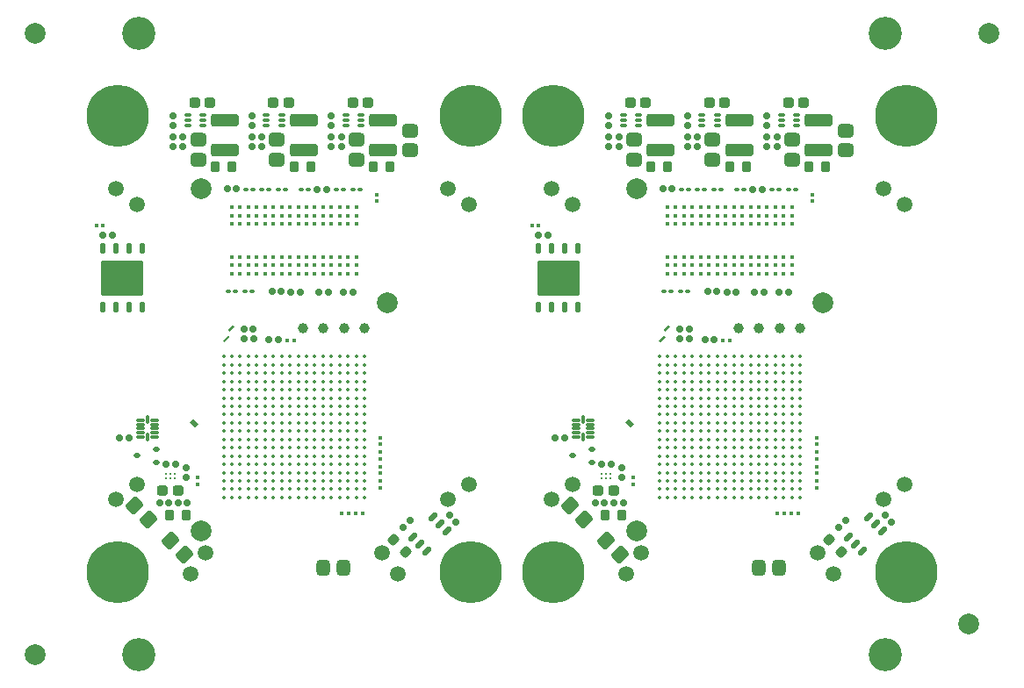
<source format=gbr>
G04*
G04 #@! TF.GenerationSoftware,Altium Limited,Altium Designer,22.4.2 (48)*
G04*
G04 Layer_Color=8388736*
%FSAX24Y24*%
%MOIN*%
G70*
G04*
G04 #@! TF.SameCoordinates,CBA5B0EC-3C9A-411B-936C-A00E84A017FD*
G04*
G04*
G04 #@! TF.FilePolarity,Negative*
G04*
G01*
G75*
%ADD10C,0.0394*%
G04:AMPARAMS|DCode=15|XSize=18.5mil|YSize=23.6mil|CornerRadius=4.6mil|HoleSize=0mil|Usage=FLASHONLY|Rotation=90.000|XOffset=0mil|YOffset=0mil|HoleType=Round|Shape=RoundedRectangle|*
%AMROUNDEDRECTD15*
21,1,0.0185,0.0144,0,0,90.0*
21,1,0.0093,0.0236,0,0,90.0*
1,1,0.0093,0.0072,0.0046*
1,1,0.0093,0.0072,-0.0046*
1,1,0.0093,-0.0072,-0.0046*
1,1,0.0093,-0.0072,0.0046*
%
%ADD15ROUNDEDRECTD15*%
G04:AMPARAMS|DCode=16|XSize=11.8mil|YSize=26.4mil|CornerRadius=3mil|HoleSize=0mil|Usage=FLASHONLY|Rotation=270.000|XOffset=0mil|YOffset=0mil|HoleType=Round|Shape=RoundedRectangle|*
%AMROUNDEDRECTD16*
21,1,0.0118,0.0205,0,0,270.0*
21,1,0.0059,0.0264,0,0,270.0*
1,1,0.0059,-0.0102,-0.0030*
1,1,0.0059,-0.0102,0.0030*
1,1,0.0059,0.0102,0.0030*
1,1,0.0059,0.0102,-0.0030*
%
%ADD16ROUNDEDRECTD16*%
%ADD17C,0.0110*%
G04:AMPARAMS|DCode=18|XSize=21.7mil|YSize=39.4mil|CornerRadius=5.4mil|HoleSize=0mil|Usage=FLASHONLY|Rotation=135.000|XOffset=0mil|YOffset=0mil|HoleType=Round|Shape=RoundedRectangle|*
%AMROUNDEDRECTD18*
21,1,0.0217,0.0285,0,0,135.0*
21,1,0.0108,0.0394,0,0,135.0*
1,1,0.0108,0.0063,0.0139*
1,1,0.0108,0.0139,0.0063*
1,1,0.0108,-0.0063,-0.0139*
1,1,0.0108,-0.0139,-0.0063*
%
%ADD18ROUNDEDRECTD18*%
%ADD19C,0.0157*%
G04:AMPARAMS|DCode=22|XSize=157.5mil|YSize=133.9mil|CornerRadius=3.3mil|HoleSize=0mil|Usage=FLASHONLY|Rotation=180.000|XOffset=0mil|YOffset=0mil|HoleType=Round|Shape=RoundedRectangle|*
%AMROUNDEDRECTD22*
21,1,0.1575,0.1272,0,0,180.0*
21,1,0.1508,0.1339,0,0,180.0*
1,1,0.0067,-0.0754,0.0636*
1,1,0.0067,0.0754,0.0636*
1,1,0.0067,0.0754,-0.0636*
1,1,0.0067,-0.0754,-0.0636*
%
%ADD22ROUNDEDRECTD22*%
G04:AMPARAMS|DCode=23|XSize=17.7mil|YSize=41.3mil|CornerRadius=4.4mil|HoleSize=0mil|Usage=FLASHONLY|Rotation=180.000|XOffset=0mil|YOffset=0mil|HoleType=Round|Shape=RoundedRectangle|*
%AMROUNDEDRECTD23*
21,1,0.0177,0.0325,0,0,180.0*
21,1,0.0089,0.0413,0,0,180.0*
1,1,0.0089,-0.0044,0.0162*
1,1,0.0089,0.0044,0.0162*
1,1,0.0089,0.0044,-0.0162*
1,1,0.0089,-0.0044,-0.0162*
%
%ADD23ROUNDEDRECTD23*%
%ADD24C,0.0138*%
G04:AMPARAMS|DCode=25|XSize=23.6mil|YSize=23.6mil|CornerRadius=5.9mil|HoleSize=0mil|Usage=FLASHONLY|Rotation=270.000|XOffset=0mil|YOffset=0mil|HoleType=Round|Shape=RoundedRectangle|*
%AMROUNDEDRECTD25*
21,1,0.0236,0.0118,0,0,270.0*
21,1,0.0118,0.0236,0,0,270.0*
1,1,0.0118,-0.0059,-0.0059*
1,1,0.0118,-0.0059,0.0059*
1,1,0.0118,0.0059,0.0059*
1,1,0.0118,0.0059,-0.0059*
%
%ADD25ROUNDEDRECTD25*%
G04:AMPARAMS|DCode=26|XSize=13.8mil|YSize=15.7mil|CornerRadius=3.4mil|HoleSize=0mil|Usage=FLASHONLY|Rotation=270.000|XOffset=0mil|YOffset=0mil|HoleType=Round|Shape=RoundedRectangle|*
%AMROUNDEDRECTD26*
21,1,0.0138,0.0089,0,0,270.0*
21,1,0.0069,0.0157,0,0,270.0*
1,1,0.0069,-0.0044,-0.0034*
1,1,0.0069,-0.0044,0.0034*
1,1,0.0069,0.0044,0.0034*
1,1,0.0069,0.0044,-0.0034*
%
%ADD26ROUNDEDRECTD26*%
G04:AMPARAMS|DCode=27|XSize=39.4mil|YSize=35.4mil|CornerRadius=8.9mil|HoleSize=0mil|Usage=FLASHONLY|Rotation=90.000|XOffset=0mil|YOffset=0mil|HoleType=Round|Shape=RoundedRectangle|*
%AMROUNDEDRECTD27*
21,1,0.0394,0.0177,0,0,90.0*
21,1,0.0217,0.0354,0,0,90.0*
1,1,0.0177,0.0089,0.0108*
1,1,0.0177,0.0089,-0.0108*
1,1,0.0177,-0.0089,-0.0108*
1,1,0.0177,-0.0089,0.0108*
%
%ADD27ROUNDEDRECTD27*%
G04:AMPARAMS|DCode=28|XSize=39.4mil|YSize=35.4mil|CornerRadius=8.9mil|HoleSize=0mil|Usage=FLASHONLY|Rotation=225.000|XOffset=0mil|YOffset=0mil|HoleType=Round|Shape=RoundedRectangle|*
%AMROUNDEDRECTD28*
21,1,0.0394,0.0177,0,0,225.0*
21,1,0.0217,0.0354,0,0,225.0*
1,1,0.0177,-0.0139,-0.0014*
1,1,0.0177,0.0014,0.0139*
1,1,0.0177,0.0139,0.0014*
1,1,0.0177,-0.0014,-0.0139*
%
%ADD28ROUNDEDRECTD28*%
G04:AMPARAMS|DCode=29|XSize=23.6mil|YSize=23.6mil|CornerRadius=5.9mil|HoleSize=0mil|Usage=FLASHONLY|Rotation=0.000|XOffset=0mil|YOffset=0mil|HoleType=Round|Shape=RoundedRectangle|*
%AMROUNDEDRECTD29*
21,1,0.0236,0.0118,0,0,0.0*
21,1,0.0118,0.0236,0,0,0.0*
1,1,0.0118,0.0059,-0.0059*
1,1,0.0118,-0.0059,-0.0059*
1,1,0.0118,-0.0059,0.0059*
1,1,0.0118,0.0059,0.0059*
%
%ADD29ROUNDEDRECTD29*%
G04:AMPARAMS|DCode=30|XSize=13.8mil|YSize=15.7mil|CornerRadius=3.4mil|HoleSize=0mil|Usage=FLASHONLY|Rotation=180.000|XOffset=0mil|YOffset=0mil|HoleType=Round|Shape=RoundedRectangle|*
%AMROUNDEDRECTD30*
21,1,0.0138,0.0089,0,0,180.0*
21,1,0.0069,0.0157,0,0,180.0*
1,1,0.0069,-0.0034,0.0044*
1,1,0.0069,0.0034,0.0044*
1,1,0.0069,0.0034,-0.0044*
1,1,0.0069,-0.0034,-0.0044*
%
%ADD30ROUNDEDRECTD30*%
G04:AMPARAMS|DCode=31|XSize=107.1mil|YSize=48.4mil|CornerRadius=12.1mil|HoleSize=0mil|Usage=FLASHONLY|Rotation=0.000|XOffset=0mil|YOffset=0mil|HoleType=Round|Shape=RoundedRectangle|*
%AMROUNDEDRECTD31*
21,1,0.1071,0.0242,0,0,0.0*
21,1,0.0829,0.0484,0,0,0.0*
1,1,0.0242,0.0414,-0.0121*
1,1,0.0242,-0.0414,-0.0121*
1,1,0.0242,-0.0414,0.0121*
1,1,0.0242,0.0414,0.0121*
%
%ADD31ROUNDEDRECTD31*%
G04:AMPARAMS|DCode=32|XSize=59.1mil|YSize=51.2mil|CornerRadius=12.8mil|HoleSize=0mil|Usage=FLASHONLY|Rotation=0.000|XOffset=0mil|YOffset=0mil|HoleType=Round|Shape=RoundedRectangle|*
%AMROUNDEDRECTD32*
21,1,0.0591,0.0256,0,0,0.0*
21,1,0.0335,0.0512,0,0,0.0*
1,1,0.0256,0.0167,-0.0128*
1,1,0.0256,-0.0167,-0.0128*
1,1,0.0256,-0.0167,0.0128*
1,1,0.0256,0.0167,0.0128*
%
%ADD32ROUNDEDRECTD32*%
G04:AMPARAMS|DCode=33|XSize=25.2mil|YSize=25.2mil|CornerRadius=6.3mil|HoleSize=0mil|Usage=FLASHONLY|Rotation=0.000|XOffset=0mil|YOffset=0mil|HoleType=Round|Shape=RoundedRectangle|*
%AMROUNDEDRECTD33*
21,1,0.0252,0.0126,0,0,0.0*
21,1,0.0126,0.0252,0,0,0.0*
1,1,0.0126,0.0063,-0.0063*
1,1,0.0126,-0.0063,-0.0063*
1,1,0.0126,-0.0063,0.0063*
1,1,0.0126,0.0063,0.0063*
%
%ADD33ROUNDEDRECTD33*%
G04:AMPARAMS|DCode=34|XSize=25.2mil|YSize=25.2mil|CornerRadius=6.3mil|HoleSize=0mil|Usage=FLASHONLY|Rotation=270.000|XOffset=0mil|YOffset=0mil|HoleType=Round|Shape=RoundedRectangle|*
%AMROUNDEDRECTD34*
21,1,0.0252,0.0126,0,0,270.0*
21,1,0.0126,0.0252,0,0,270.0*
1,1,0.0126,-0.0063,-0.0063*
1,1,0.0126,-0.0063,0.0063*
1,1,0.0126,0.0063,0.0063*
1,1,0.0126,0.0063,-0.0063*
%
%ADD34ROUNDEDRECTD34*%
G04:AMPARAMS|DCode=35|XSize=37.4mil|YSize=41.3mil|CornerRadius=9.4mil|HoleSize=0mil|Usage=FLASHONLY|Rotation=270.000|XOffset=0mil|YOffset=0mil|HoleType=Round|Shape=RoundedRectangle|*
%AMROUNDEDRECTD35*
21,1,0.0374,0.0226,0,0,270.0*
21,1,0.0187,0.0413,0,0,270.0*
1,1,0.0187,-0.0113,-0.0094*
1,1,0.0187,-0.0113,0.0094*
1,1,0.0187,0.0113,0.0094*
1,1,0.0187,0.0113,-0.0094*
%
%ADD35ROUNDEDRECTD35*%
G04:AMPARAMS|DCode=36|XSize=25.2mil|YSize=25.2mil|CornerRadius=6.3mil|HoleSize=0mil|Usage=FLASHONLY|Rotation=315.000|XOffset=0mil|YOffset=0mil|HoleType=Round|Shape=RoundedRectangle|*
%AMROUNDEDRECTD36*
21,1,0.0252,0.0126,0,0,315.0*
21,1,0.0126,0.0252,0,0,315.0*
1,1,0.0126,0.0000,-0.0089*
1,1,0.0126,-0.0089,0.0000*
1,1,0.0126,0.0000,0.0089*
1,1,0.0126,0.0089,0.0000*
%
%ADD36ROUNDEDRECTD36*%
G04:AMPARAMS|DCode=37|XSize=25.2mil|YSize=25.2mil|CornerRadius=6.3mil|HoleSize=0mil|Usage=FLASHONLY|Rotation=225.000|XOffset=0mil|YOffset=0mil|HoleType=Round|Shape=RoundedRectangle|*
%AMROUNDEDRECTD37*
21,1,0.0252,0.0126,0,0,225.0*
21,1,0.0126,0.0252,0,0,225.0*
1,1,0.0126,-0.0089,0.0000*
1,1,0.0126,0.0000,0.0089*
1,1,0.0126,0.0089,0.0000*
1,1,0.0126,0.0000,-0.0089*
%
%ADD37ROUNDEDRECTD37*%
G04:AMPARAMS|DCode=38|XSize=59.1mil|YSize=51.2mil|CornerRadius=12.8mil|HoleSize=0mil|Usage=FLASHONLY|Rotation=45.000|XOffset=0mil|YOffset=0mil|HoleType=Round|Shape=RoundedRectangle|*
%AMROUNDEDRECTD38*
21,1,0.0591,0.0256,0,0,45.0*
21,1,0.0335,0.0512,0,0,45.0*
1,1,0.0256,0.0209,0.0028*
1,1,0.0256,-0.0028,-0.0209*
1,1,0.0256,-0.0209,-0.0028*
1,1,0.0256,0.0028,0.0209*
%
%ADD38ROUNDEDRECTD38*%
G04:AMPARAMS|DCode=39|XSize=59.1mil|YSize=51.2mil|CornerRadius=12.8mil|HoleSize=0mil|Usage=FLASHONLY|Rotation=90.000|XOffset=0mil|YOffset=0mil|HoleType=Round|Shape=RoundedRectangle|*
%AMROUNDEDRECTD39*
21,1,0.0591,0.0256,0,0,90.0*
21,1,0.0335,0.0512,0,0,90.0*
1,1,0.0256,0.0128,0.0167*
1,1,0.0256,0.0128,-0.0167*
1,1,0.0256,-0.0128,-0.0167*
1,1,0.0256,-0.0128,0.0167*
%
%ADD39ROUNDEDRECTD39*%
G04:AMPARAMS|DCode=40|XSize=16.5mil|YSize=18.1mil|CornerRadius=4.1mil|HoleSize=0mil|Usage=FLASHONLY|Rotation=270.000|XOffset=0mil|YOffset=0mil|HoleType=Round|Shape=RoundedRectangle|*
%AMROUNDEDRECTD40*
21,1,0.0165,0.0098,0,0,270.0*
21,1,0.0083,0.0181,0,0,270.0*
1,1,0.0083,-0.0049,-0.0041*
1,1,0.0083,-0.0049,0.0041*
1,1,0.0083,0.0049,0.0041*
1,1,0.0083,0.0049,-0.0041*
%
%ADD40ROUNDEDRECTD40*%
%ADD45C,0.1260*%
%ADD46C,0.2362*%
%ADD47C,0.0591*%
%ADD64C,0.0787*%
G04:AMPARAMS|DCode=65|XSize=11.9mil|YSize=31.6mil|CornerRadius=4mil|HoleSize=0mil|Usage=FLASHONLY|Rotation=180.000|XOffset=0mil|YOffset=0mil|HoleType=Round|Shape=RoundedRectangle|*
%AMROUNDEDRECTD65*
21,1,0.0119,0.0236,0,0,180.0*
21,1,0.0039,0.0316,0,0,180.0*
1,1,0.0079,-0.0020,0.0118*
1,1,0.0079,0.0020,0.0118*
1,1,0.0079,0.0020,-0.0118*
1,1,0.0079,-0.0020,-0.0118*
%
%ADD65ROUNDEDRECTD65*%
G04:AMPARAMS|DCode=66|XSize=11.9mil|YSize=31.6mil|CornerRadius=4mil|HoleSize=0mil|Usage=FLASHONLY|Rotation=270.000|XOffset=0mil|YOffset=0mil|HoleType=Round|Shape=RoundedRectangle|*
%AMROUNDEDRECTD66*
21,1,0.0119,0.0236,0,0,270.0*
21,1,0.0039,0.0316,0,0,270.0*
1,1,0.0079,-0.0118,-0.0020*
1,1,0.0079,-0.0118,0.0020*
1,1,0.0079,0.0118,0.0020*
1,1,0.0079,0.0118,-0.0020*
%
%ADD66ROUNDEDRECTD66*%
G36*
X026083Y014449D02*
X025896Y014262D01*
X025837Y014321D01*
X026024Y014508D01*
X026083Y014449D01*
D02*
G37*
G36*
X009547D02*
X009360Y014262D01*
X009301Y014321D01*
X009488Y014508D01*
X009547Y014449D01*
D02*
G37*
G36*
X025901Y014050D02*
X025714Y013863D01*
X025655Y013922D01*
X025842Y014109D01*
X025901Y014050D01*
D02*
G37*
G36*
X009365D02*
X009178Y013863D01*
X009119Y013922D01*
X009306Y014109D01*
X009365Y014050D01*
D02*
G37*
G36*
X024719Y010753D02*
X024582Y010615D01*
X024395Y010802D01*
X024532Y010940D01*
X024719Y010753D01*
D02*
G37*
G36*
X008184D02*
X008046Y010615D01*
X007859Y010802D01*
X007997Y010940D01*
X008184Y010753D01*
D02*
G37*
D10*
X014498Y014370D02*
D03*
X013711D02*
D03*
X012136D02*
D03*
X012923D02*
D03*
X031033D02*
D03*
X030246D02*
D03*
X028671D02*
D03*
X029459D02*
D03*
D15*
X006585Y009793D02*
D03*
Y009281D02*
D03*
X005837Y009537D02*
D03*
X023120Y009793D02*
D03*
Y009281D02*
D03*
X022372Y009537D02*
D03*
D16*
X010762Y022077D02*
D03*
Y022274D02*
D03*
Y022470D02*
D03*
X011344D02*
D03*
Y022274D02*
D03*
Y022077D02*
D03*
X013774D02*
D03*
Y022274D02*
D03*
Y022470D02*
D03*
X014356D02*
D03*
Y022274D02*
D03*
Y022077D02*
D03*
X007770D02*
D03*
Y022274D02*
D03*
Y022470D02*
D03*
X008352D02*
D03*
Y022274D02*
D03*
Y022077D02*
D03*
X027297D02*
D03*
Y022274D02*
D03*
Y022470D02*
D03*
X027880D02*
D03*
Y022274D02*
D03*
Y022077D02*
D03*
X030309D02*
D03*
Y022274D02*
D03*
Y022470D02*
D03*
X030892D02*
D03*
Y022274D02*
D03*
Y022077D02*
D03*
X024305D02*
D03*
Y022274D02*
D03*
Y022470D02*
D03*
X024888D02*
D03*
Y022274D02*
D03*
Y022077D02*
D03*
D17*
X007274Y008848D02*
D03*
Y008691D02*
D03*
X007116Y008848D02*
D03*
Y008691D02*
D03*
X006959Y008848D02*
D03*
Y008691D02*
D03*
X023809Y008848D02*
D03*
Y008691D02*
D03*
X023652Y008848D02*
D03*
Y008691D02*
D03*
X023494Y008848D02*
D03*
Y008691D02*
D03*
D18*
X016329Y006449D02*
D03*
X016594Y006185D02*
D03*
X016858Y005920D02*
D03*
X017610Y006672D02*
D03*
X017346Y006937D02*
D03*
X017081Y007201D02*
D03*
X032865Y006449D02*
D03*
X033129Y006185D02*
D03*
X033394Y005920D02*
D03*
X034146Y006672D02*
D03*
X033881Y006937D02*
D03*
X033617Y007201D02*
D03*
D19*
X014173Y018976D02*
D03*
Y018661D02*
D03*
Y018346D02*
D03*
Y017087D02*
D03*
Y016772D02*
D03*
Y016457D02*
D03*
X013858Y018976D02*
D03*
Y018661D02*
D03*
Y018346D02*
D03*
Y017087D02*
D03*
Y016772D02*
D03*
Y016457D02*
D03*
X013543Y018976D02*
D03*
Y018661D02*
D03*
Y018346D02*
D03*
Y017087D02*
D03*
Y016772D02*
D03*
Y016457D02*
D03*
X013228Y018976D02*
D03*
Y018661D02*
D03*
Y018346D02*
D03*
Y017087D02*
D03*
Y016772D02*
D03*
Y016457D02*
D03*
X012913Y018976D02*
D03*
Y018661D02*
D03*
Y018346D02*
D03*
Y017087D02*
D03*
Y016772D02*
D03*
Y016457D02*
D03*
X012598Y018976D02*
D03*
Y018661D02*
D03*
Y018346D02*
D03*
Y017087D02*
D03*
Y016772D02*
D03*
Y016457D02*
D03*
X012283Y018976D02*
D03*
Y018661D02*
D03*
Y018346D02*
D03*
Y017087D02*
D03*
Y016772D02*
D03*
Y016457D02*
D03*
X011969Y018976D02*
D03*
Y018661D02*
D03*
Y018346D02*
D03*
Y017087D02*
D03*
Y016772D02*
D03*
Y016457D02*
D03*
X011654Y018976D02*
D03*
Y018661D02*
D03*
Y018346D02*
D03*
Y017087D02*
D03*
Y016772D02*
D03*
Y016457D02*
D03*
X011339Y018976D02*
D03*
Y018661D02*
D03*
Y018346D02*
D03*
Y017087D02*
D03*
Y016772D02*
D03*
Y016457D02*
D03*
X011024Y018976D02*
D03*
Y018661D02*
D03*
Y018346D02*
D03*
Y017087D02*
D03*
Y016772D02*
D03*
Y016457D02*
D03*
X010709Y018976D02*
D03*
Y018661D02*
D03*
Y018346D02*
D03*
Y017087D02*
D03*
Y016772D02*
D03*
Y016457D02*
D03*
X010394Y018976D02*
D03*
Y018661D02*
D03*
Y018346D02*
D03*
Y017087D02*
D03*
Y016772D02*
D03*
Y016457D02*
D03*
X010079Y018976D02*
D03*
Y018661D02*
D03*
Y018346D02*
D03*
Y017087D02*
D03*
Y016772D02*
D03*
Y016457D02*
D03*
X009764Y018976D02*
D03*
Y018661D02*
D03*
Y018346D02*
D03*
Y017087D02*
D03*
Y016772D02*
D03*
Y016457D02*
D03*
X009449Y018976D02*
D03*
Y018661D02*
D03*
Y018346D02*
D03*
Y017087D02*
D03*
Y016772D02*
D03*
Y016457D02*
D03*
X030709Y018976D02*
D03*
Y018661D02*
D03*
Y018346D02*
D03*
Y017087D02*
D03*
Y016772D02*
D03*
Y016457D02*
D03*
X030394Y018976D02*
D03*
Y018661D02*
D03*
Y018346D02*
D03*
Y017087D02*
D03*
Y016772D02*
D03*
Y016457D02*
D03*
X030079Y018976D02*
D03*
Y018661D02*
D03*
Y018346D02*
D03*
Y017087D02*
D03*
Y016772D02*
D03*
Y016457D02*
D03*
X029764Y018976D02*
D03*
Y018661D02*
D03*
Y018346D02*
D03*
Y017087D02*
D03*
Y016772D02*
D03*
Y016457D02*
D03*
X029449Y018976D02*
D03*
Y018661D02*
D03*
Y018346D02*
D03*
Y017087D02*
D03*
Y016772D02*
D03*
Y016457D02*
D03*
X029134Y018976D02*
D03*
Y018661D02*
D03*
Y018346D02*
D03*
Y017087D02*
D03*
Y016772D02*
D03*
Y016457D02*
D03*
X028819Y018976D02*
D03*
Y018661D02*
D03*
Y018346D02*
D03*
Y017087D02*
D03*
Y016772D02*
D03*
Y016457D02*
D03*
X028504Y018976D02*
D03*
Y018661D02*
D03*
Y018346D02*
D03*
Y017087D02*
D03*
Y016772D02*
D03*
Y016457D02*
D03*
X028189Y018976D02*
D03*
Y018661D02*
D03*
Y018346D02*
D03*
Y017087D02*
D03*
Y016772D02*
D03*
Y016457D02*
D03*
X027874Y018976D02*
D03*
Y018661D02*
D03*
Y018346D02*
D03*
Y017087D02*
D03*
Y016772D02*
D03*
Y016457D02*
D03*
X027559Y018976D02*
D03*
Y018661D02*
D03*
Y018346D02*
D03*
Y017087D02*
D03*
Y016772D02*
D03*
Y016457D02*
D03*
X027244Y018976D02*
D03*
Y018661D02*
D03*
Y018346D02*
D03*
Y017087D02*
D03*
Y016772D02*
D03*
Y016457D02*
D03*
X026929Y018976D02*
D03*
Y018661D02*
D03*
Y018346D02*
D03*
Y017087D02*
D03*
Y016772D02*
D03*
Y016457D02*
D03*
X026614Y018976D02*
D03*
Y018661D02*
D03*
Y018346D02*
D03*
Y017087D02*
D03*
Y016772D02*
D03*
Y016457D02*
D03*
X026299Y018976D02*
D03*
Y018661D02*
D03*
Y018346D02*
D03*
Y017087D02*
D03*
Y016772D02*
D03*
Y016457D02*
D03*
X025984Y018976D02*
D03*
Y018661D02*
D03*
Y018346D02*
D03*
Y017087D02*
D03*
Y016772D02*
D03*
Y016457D02*
D03*
D22*
X005299Y016297D02*
D03*
X021835D02*
D03*
D23*
X006049Y017407D02*
D03*
X005549D02*
D03*
X005049D02*
D03*
X004549D02*
D03*
X006049Y015187D02*
D03*
X005549D02*
D03*
X005049D02*
D03*
X004549D02*
D03*
X022585Y017407D02*
D03*
X022085D02*
D03*
X021585D02*
D03*
X021085D02*
D03*
X022585Y015187D02*
D03*
X022085D02*
D03*
X021585D02*
D03*
X021085D02*
D03*
D24*
X009134Y007953D02*
D03*
Y008268D02*
D03*
Y008583D02*
D03*
Y008898D02*
D03*
Y009213D02*
D03*
Y009528D02*
D03*
Y009843D02*
D03*
Y010157D02*
D03*
Y010472D02*
D03*
Y010787D02*
D03*
Y011102D02*
D03*
Y011417D02*
D03*
Y011732D02*
D03*
Y012047D02*
D03*
Y012362D02*
D03*
Y012677D02*
D03*
Y012992D02*
D03*
Y013307D02*
D03*
X009449Y007953D02*
D03*
Y008268D02*
D03*
Y008583D02*
D03*
Y008898D02*
D03*
Y009213D02*
D03*
Y009528D02*
D03*
Y009843D02*
D03*
Y010157D02*
D03*
Y010472D02*
D03*
Y010787D02*
D03*
Y011102D02*
D03*
Y011417D02*
D03*
Y011732D02*
D03*
Y012047D02*
D03*
Y012362D02*
D03*
Y012677D02*
D03*
Y012992D02*
D03*
Y013307D02*
D03*
X009764Y007953D02*
D03*
Y008268D02*
D03*
Y008583D02*
D03*
Y008898D02*
D03*
Y009213D02*
D03*
Y009528D02*
D03*
Y009843D02*
D03*
Y010157D02*
D03*
Y010472D02*
D03*
Y010787D02*
D03*
Y011102D02*
D03*
Y011417D02*
D03*
Y011732D02*
D03*
Y012047D02*
D03*
Y012362D02*
D03*
Y012677D02*
D03*
Y012992D02*
D03*
Y013307D02*
D03*
X010079Y007953D02*
D03*
Y008268D02*
D03*
Y008583D02*
D03*
Y008898D02*
D03*
Y009213D02*
D03*
Y009528D02*
D03*
Y009843D02*
D03*
Y010157D02*
D03*
Y010472D02*
D03*
Y010787D02*
D03*
Y011102D02*
D03*
Y011417D02*
D03*
Y011732D02*
D03*
Y012047D02*
D03*
Y012362D02*
D03*
Y012677D02*
D03*
Y012992D02*
D03*
Y013307D02*
D03*
X010394Y007953D02*
D03*
Y008268D02*
D03*
Y008583D02*
D03*
Y008898D02*
D03*
Y009213D02*
D03*
Y009528D02*
D03*
Y009843D02*
D03*
Y010157D02*
D03*
Y010472D02*
D03*
Y010787D02*
D03*
Y011102D02*
D03*
Y011417D02*
D03*
Y011732D02*
D03*
Y012047D02*
D03*
Y012362D02*
D03*
Y012677D02*
D03*
Y012992D02*
D03*
Y013307D02*
D03*
X010709Y007953D02*
D03*
Y008268D02*
D03*
Y008583D02*
D03*
Y008898D02*
D03*
Y009213D02*
D03*
Y009528D02*
D03*
Y009843D02*
D03*
Y010157D02*
D03*
Y010472D02*
D03*
Y010787D02*
D03*
Y011102D02*
D03*
Y011417D02*
D03*
Y011732D02*
D03*
Y012047D02*
D03*
Y012362D02*
D03*
Y012677D02*
D03*
Y012992D02*
D03*
Y013307D02*
D03*
X011024Y007953D02*
D03*
Y008268D02*
D03*
Y008583D02*
D03*
Y008898D02*
D03*
Y009213D02*
D03*
Y009528D02*
D03*
Y009843D02*
D03*
Y010157D02*
D03*
Y010472D02*
D03*
Y010787D02*
D03*
Y011102D02*
D03*
Y011417D02*
D03*
Y011732D02*
D03*
Y012047D02*
D03*
Y012362D02*
D03*
Y012677D02*
D03*
Y012992D02*
D03*
Y013307D02*
D03*
X011339Y007953D02*
D03*
Y008268D02*
D03*
Y008583D02*
D03*
Y008898D02*
D03*
Y009213D02*
D03*
Y009528D02*
D03*
Y009843D02*
D03*
Y010157D02*
D03*
Y010472D02*
D03*
Y010787D02*
D03*
Y011102D02*
D03*
Y011417D02*
D03*
Y011732D02*
D03*
Y012047D02*
D03*
Y012362D02*
D03*
Y012677D02*
D03*
Y012992D02*
D03*
Y013307D02*
D03*
X011654Y007953D02*
D03*
Y008268D02*
D03*
Y008583D02*
D03*
Y008898D02*
D03*
Y009213D02*
D03*
Y009528D02*
D03*
Y009843D02*
D03*
Y010157D02*
D03*
Y010472D02*
D03*
Y010787D02*
D03*
Y011102D02*
D03*
Y011417D02*
D03*
Y011732D02*
D03*
Y012047D02*
D03*
Y012362D02*
D03*
Y012677D02*
D03*
Y012992D02*
D03*
Y013307D02*
D03*
X011969Y007953D02*
D03*
Y008268D02*
D03*
Y008583D02*
D03*
Y008898D02*
D03*
Y009213D02*
D03*
Y009528D02*
D03*
Y009843D02*
D03*
Y010157D02*
D03*
Y010472D02*
D03*
Y010787D02*
D03*
Y011102D02*
D03*
Y011417D02*
D03*
Y011732D02*
D03*
Y012047D02*
D03*
Y012362D02*
D03*
Y012677D02*
D03*
Y012992D02*
D03*
Y013307D02*
D03*
X012283Y007953D02*
D03*
Y008268D02*
D03*
Y008583D02*
D03*
Y008898D02*
D03*
Y009213D02*
D03*
Y009528D02*
D03*
Y009843D02*
D03*
Y010157D02*
D03*
Y010472D02*
D03*
Y010787D02*
D03*
Y011102D02*
D03*
Y011417D02*
D03*
Y011732D02*
D03*
Y012047D02*
D03*
Y012362D02*
D03*
Y012677D02*
D03*
Y012992D02*
D03*
Y013307D02*
D03*
X012598Y007953D02*
D03*
Y008268D02*
D03*
Y008583D02*
D03*
Y008898D02*
D03*
Y009213D02*
D03*
Y009528D02*
D03*
Y009843D02*
D03*
Y010157D02*
D03*
Y010472D02*
D03*
Y010787D02*
D03*
Y011102D02*
D03*
Y011417D02*
D03*
Y011732D02*
D03*
Y012047D02*
D03*
Y012362D02*
D03*
Y012677D02*
D03*
Y012992D02*
D03*
Y013307D02*
D03*
X012913Y007953D02*
D03*
Y008268D02*
D03*
Y008583D02*
D03*
Y008898D02*
D03*
Y009213D02*
D03*
Y009528D02*
D03*
Y009843D02*
D03*
Y010157D02*
D03*
Y010472D02*
D03*
Y010787D02*
D03*
Y011102D02*
D03*
Y011417D02*
D03*
Y011732D02*
D03*
Y012047D02*
D03*
Y012362D02*
D03*
Y012677D02*
D03*
Y012992D02*
D03*
Y013307D02*
D03*
X013228Y007953D02*
D03*
Y008268D02*
D03*
Y008583D02*
D03*
Y008898D02*
D03*
Y009213D02*
D03*
Y009528D02*
D03*
Y009843D02*
D03*
Y010157D02*
D03*
Y010472D02*
D03*
Y010787D02*
D03*
Y011102D02*
D03*
Y011417D02*
D03*
Y011732D02*
D03*
Y012047D02*
D03*
Y012362D02*
D03*
Y012677D02*
D03*
Y012992D02*
D03*
Y013307D02*
D03*
X013543Y007953D02*
D03*
Y008268D02*
D03*
Y008583D02*
D03*
Y008898D02*
D03*
Y009213D02*
D03*
Y009528D02*
D03*
Y009843D02*
D03*
Y010157D02*
D03*
Y010472D02*
D03*
Y010787D02*
D03*
Y011102D02*
D03*
Y011417D02*
D03*
Y011732D02*
D03*
Y012047D02*
D03*
Y012362D02*
D03*
Y012677D02*
D03*
Y012992D02*
D03*
Y013307D02*
D03*
X013858Y007953D02*
D03*
Y008268D02*
D03*
Y008583D02*
D03*
Y008898D02*
D03*
Y009213D02*
D03*
Y009528D02*
D03*
Y009843D02*
D03*
Y010157D02*
D03*
Y010472D02*
D03*
Y010787D02*
D03*
Y011102D02*
D03*
Y011417D02*
D03*
Y011732D02*
D03*
Y012047D02*
D03*
Y012362D02*
D03*
Y012677D02*
D03*
Y012992D02*
D03*
Y013307D02*
D03*
X014173Y007953D02*
D03*
Y008268D02*
D03*
Y008583D02*
D03*
Y008898D02*
D03*
Y009213D02*
D03*
Y009528D02*
D03*
Y009843D02*
D03*
Y010157D02*
D03*
Y010472D02*
D03*
Y010787D02*
D03*
Y011102D02*
D03*
Y011417D02*
D03*
Y011732D02*
D03*
Y012047D02*
D03*
Y012362D02*
D03*
Y012677D02*
D03*
Y012992D02*
D03*
Y013307D02*
D03*
X014488Y007953D02*
D03*
Y008268D02*
D03*
Y008583D02*
D03*
Y008898D02*
D03*
Y009213D02*
D03*
Y009528D02*
D03*
Y009843D02*
D03*
Y010157D02*
D03*
Y010472D02*
D03*
Y010787D02*
D03*
Y011102D02*
D03*
Y011417D02*
D03*
Y011732D02*
D03*
Y012047D02*
D03*
Y012362D02*
D03*
Y012677D02*
D03*
Y012992D02*
D03*
Y013307D02*
D03*
X025669Y007953D02*
D03*
Y008268D02*
D03*
Y008583D02*
D03*
Y008898D02*
D03*
Y009213D02*
D03*
Y009528D02*
D03*
Y009843D02*
D03*
Y010157D02*
D03*
Y010472D02*
D03*
Y010787D02*
D03*
Y011102D02*
D03*
Y011417D02*
D03*
Y011732D02*
D03*
Y012047D02*
D03*
Y012362D02*
D03*
Y012677D02*
D03*
Y012992D02*
D03*
Y013307D02*
D03*
X025984Y007953D02*
D03*
Y008268D02*
D03*
Y008583D02*
D03*
Y008898D02*
D03*
Y009213D02*
D03*
Y009528D02*
D03*
Y009843D02*
D03*
Y010157D02*
D03*
Y010472D02*
D03*
Y010787D02*
D03*
Y011102D02*
D03*
Y011417D02*
D03*
Y011732D02*
D03*
Y012047D02*
D03*
Y012362D02*
D03*
Y012677D02*
D03*
Y012992D02*
D03*
Y013307D02*
D03*
X026299Y007953D02*
D03*
Y008268D02*
D03*
Y008583D02*
D03*
Y008898D02*
D03*
Y009213D02*
D03*
Y009528D02*
D03*
Y009843D02*
D03*
Y010157D02*
D03*
Y010472D02*
D03*
Y010787D02*
D03*
Y011102D02*
D03*
Y011417D02*
D03*
Y011732D02*
D03*
Y012047D02*
D03*
Y012362D02*
D03*
Y012677D02*
D03*
Y012992D02*
D03*
Y013307D02*
D03*
X026614Y007953D02*
D03*
Y008268D02*
D03*
Y008583D02*
D03*
Y008898D02*
D03*
Y009213D02*
D03*
Y009528D02*
D03*
Y009843D02*
D03*
Y010157D02*
D03*
Y010472D02*
D03*
Y010787D02*
D03*
Y011102D02*
D03*
Y011417D02*
D03*
Y011732D02*
D03*
Y012047D02*
D03*
Y012362D02*
D03*
Y012677D02*
D03*
Y012992D02*
D03*
Y013307D02*
D03*
X026929Y007953D02*
D03*
Y008268D02*
D03*
Y008583D02*
D03*
Y008898D02*
D03*
Y009213D02*
D03*
Y009528D02*
D03*
Y009843D02*
D03*
Y010157D02*
D03*
Y010472D02*
D03*
Y010787D02*
D03*
Y011102D02*
D03*
Y011417D02*
D03*
Y011732D02*
D03*
Y012047D02*
D03*
Y012362D02*
D03*
Y012677D02*
D03*
Y012992D02*
D03*
Y013307D02*
D03*
X027244Y007953D02*
D03*
Y008268D02*
D03*
Y008583D02*
D03*
Y008898D02*
D03*
Y009213D02*
D03*
Y009528D02*
D03*
Y009843D02*
D03*
Y010157D02*
D03*
Y010472D02*
D03*
Y010787D02*
D03*
Y011102D02*
D03*
Y011417D02*
D03*
Y011732D02*
D03*
Y012047D02*
D03*
Y012362D02*
D03*
Y012677D02*
D03*
Y012992D02*
D03*
Y013307D02*
D03*
X027559Y007953D02*
D03*
Y008268D02*
D03*
Y008583D02*
D03*
Y008898D02*
D03*
Y009213D02*
D03*
Y009528D02*
D03*
Y009843D02*
D03*
Y010157D02*
D03*
Y010472D02*
D03*
Y010787D02*
D03*
Y011102D02*
D03*
Y011417D02*
D03*
Y011732D02*
D03*
Y012047D02*
D03*
Y012362D02*
D03*
Y012677D02*
D03*
Y012992D02*
D03*
Y013307D02*
D03*
X027874Y007953D02*
D03*
Y008268D02*
D03*
Y008583D02*
D03*
Y008898D02*
D03*
Y009213D02*
D03*
Y009528D02*
D03*
Y009843D02*
D03*
Y010157D02*
D03*
Y010472D02*
D03*
Y010787D02*
D03*
Y011102D02*
D03*
Y011417D02*
D03*
Y011732D02*
D03*
Y012047D02*
D03*
Y012362D02*
D03*
Y012677D02*
D03*
Y012992D02*
D03*
Y013307D02*
D03*
X028189Y007953D02*
D03*
Y008268D02*
D03*
Y008583D02*
D03*
Y008898D02*
D03*
Y009213D02*
D03*
Y009528D02*
D03*
Y009843D02*
D03*
Y010157D02*
D03*
Y010472D02*
D03*
Y010787D02*
D03*
Y011102D02*
D03*
Y011417D02*
D03*
Y011732D02*
D03*
Y012047D02*
D03*
Y012362D02*
D03*
Y012677D02*
D03*
Y012992D02*
D03*
Y013307D02*
D03*
X028504Y007953D02*
D03*
Y008268D02*
D03*
Y008583D02*
D03*
Y008898D02*
D03*
Y009213D02*
D03*
Y009528D02*
D03*
Y009843D02*
D03*
Y010157D02*
D03*
Y010472D02*
D03*
Y010787D02*
D03*
Y011102D02*
D03*
Y011417D02*
D03*
Y011732D02*
D03*
Y012047D02*
D03*
Y012362D02*
D03*
Y012677D02*
D03*
Y012992D02*
D03*
Y013307D02*
D03*
X028819Y007953D02*
D03*
Y008268D02*
D03*
Y008583D02*
D03*
Y008898D02*
D03*
Y009213D02*
D03*
Y009528D02*
D03*
Y009843D02*
D03*
Y010157D02*
D03*
Y010472D02*
D03*
Y010787D02*
D03*
Y011102D02*
D03*
Y011417D02*
D03*
Y011732D02*
D03*
Y012047D02*
D03*
Y012362D02*
D03*
Y012677D02*
D03*
Y012992D02*
D03*
Y013307D02*
D03*
X029134Y007953D02*
D03*
Y008268D02*
D03*
Y008583D02*
D03*
Y008898D02*
D03*
Y009213D02*
D03*
Y009528D02*
D03*
Y009843D02*
D03*
Y010157D02*
D03*
Y010472D02*
D03*
Y010787D02*
D03*
Y011102D02*
D03*
Y011417D02*
D03*
Y011732D02*
D03*
Y012047D02*
D03*
Y012362D02*
D03*
Y012677D02*
D03*
Y012992D02*
D03*
Y013307D02*
D03*
X029449Y007953D02*
D03*
Y008268D02*
D03*
Y008583D02*
D03*
Y008898D02*
D03*
Y009213D02*
D03*
Y009528D02*
D03*
Y009843D02*
D03*
Y010157D02*
D03*
Y010472D02*
D03*
Y010787D02*
D03*
Y011102D02*
D03*
Y011417D02*
D03*
Y011732D02*
D03*
Y012047D02*
D03*
Y012362D02*
D03*
Y012677D02*
D03*
Y012992D02*
D03*
Y013307D02*
D03*
X029764Y007953D02*
D03*
Y008268D02*
D03*
Y008583D02*
D03*
Y008898D02*
D03*
Y009213D02*
D03*
Y009528D02*
D03*
Y009843D02*
D03*
Y010157D02*
D03*
Y010472D02*
D03*
Y010787D02*
D03*
Y011102D02*
D03*
Y011417D02*
D03*
Y011732D02*
D03*
Y012047D02*
D03*
Y012362D02*
D03*
Y012677D02*
D03*
Y012992D02*
D03*
Y013307D02*
D03*
X030079Y007953D02*
D03*
Y008268D02*
D03*
Y008583D02*
D03*
Y008898D02*
D03*
Y009213D02*
D03*
Y009528D02*
D03*
Y009843D02*
D03*
Y010157D02*
D03*
Y010472D02*
D03*
Y010787D02*
D03*
Y011102D02*
D03*
Y011417D02*
D03*
Y011732D02*
D03*
Y012047D02*
D03*
Y012362D02*
D03*
Y012677D02*
D03*
Y012992D02*
D03*
Y013307D02*
D03*
X030394Y007953D02*
D03*
Y008268D02*
D03*
Y008583D02*
D03*
Y008898D02*
D03*
Y009213D02*
D03*
Y009528D02*
D03*
Y009843D02*
D03*
Y010157D02*
D03*
Y010472D02*
D03*
Y010787D02*
D03*
Y011102D02*
D03*
Y011417D02*
D03*
Y011732D02*
D03*
Y012047D02*
D03*
Y012362D02*
D03*
Y012677D02*
D03*
Y012992D02*
D03*
Y013307D02*
D03*
X030709Y007953D02*
D03*
Y008268D02*
D03*
Y008583D02*
D03*
Y008898D02*
D03*
Y009213D02*
D03*
Y009528D02*
D03*
Y009843D02*
D03*
Y010157D02*
D03*
Y010472D02*
D03*
Y010787D02*
D03*
Y011102D02*
D03*
Y011417D02*
D03*
Y011732D02*
D03*
Y012047D02*
D03*
Y012362D02*
D03*
Y012677D02*
D03*
Y012992D02*
D03*
Y013307D02*
D03*
X031024Y007953D02*
D03*
Y008268D02*
D03*
Y008583D02*
D03*
Y008898D02*
D03*
Y009213D02*
D03*
Y009528D02*
D03*
Y009843D02*
D03*
Y010157D02*
D03*
Y010472D02*
D03*
Y010787D02*
D03*
Y011102D02*
D03*
Y011417D02*
D03*
Y011732D02*
D03*
Y012047D02*
D03*
Y012362D02*
D03*
Y012677D02*
D03*
Y012992D02*
D03*
Y013307D02*
D03*
D25*
X007766Y007746D02*
D03*
X007411D02*
D03*
X007057D02*
D03*
X006703D02*
D03*
X009911Y014350D02*
D03*
X010266D02*
D03*
X011329Y015768D02*
D03*
X010974D02*
D03*
X010866Y013957D02*
D03*
X011220D02*
D03*
X012697Y019665D02*
D03*
X013051D02*
D03*
X024301Y007746D02*
D03*
X023947D02*
D03*
X023593D02*
D03*
X023238D02*
D03*
X026447Y014350D02*
D03*
X026801D02*
D03*
X027864Y015768D02*
D03*
X027510D02*
D03*
X027402Y013957D02*
D03*
X027756D02*
D03*
X029232Y019665D02*
D03*
X029587D02*
D03*
D26*
X011545Y013917D02*
D03*
X011801D02*
D03*
X004557Y018287D02*
D03*
X004301D02*
D03*
X013868Y007343D02*
D03*
X013612D02*
D03*
X014419D02*
D03*
X014163D02*
D03*
X028081Y013917D02*
D03*
X028337D02*
D03*
X021093Y018287D02*
D03*
X020837D02*
D03*
X030404Y007343D02*
D03*
X030148D02*
D03*
X030955D02*
D03*
X030699D02*
D03*
D27*
X008819Y020512D02*
D03*
X009449D02*
D03*
X007077Y007274D02*
D03*
X007707D02*
D03*
X011811Y020512D02*
D03*
X012441D02*
D03*
X014823D02*
D03*
X015453D02*
D03*
X025354D02*
D03*
X025984D02*
D03*
X023612Y007274D02*
D03*
X024242D02*
D03*
X028346Y020512D02*
D03*
X028976D02*
D03*
X031358D02*
D03*
X031988D02*
D03*
D28*
X016040Y005899D02*
D03*
X015594Y006345D02*
D03*
X032575Y005899D02*
D03*
X032130Y006345D02*
D03*
D29*
X007224Y022451D02*
D03*
Y022096D02*
D03*
Y021634D02*
D03*
Y021280D02*
D03*
X010217Y022451D02*
D03*
Y022096D02*
D03*
Y021634D02*
D03*
Y021280D02*
D03*
X013228Y022451D02*
D03*
Y022096D02*
D03*
X013228Y021634D02*
D03*
Y021280D02*
D03*
X023760Y022451D02*
D03*
Y022096D02*
D03*
Y021634D02*
D03*
Y021280D02*
D03*
X026752Y022451D02*
D03*
Y022096D02*
D03*
Y021634D02*
D03*
Y021280D02*
D03*
X029764Y022451D02*
D03*
Y022096D02*
D03*
X029764Y021634D02*
D03*
Y021280D02*
D03*
D30*
X014941Y019459D02*
D03*
Y019203D02*
D03*
X008150Y008711D02*
D03*
Y008455D02*
D03*
X015098Y008573D02*
D03*
Y008317D02*
D03*
Y009124D02*
D03*
Y008868D02*
D03*
Y010226D02*
D03*
Y009970D02*
D03*
Y009675D02*
D03*
Y009419D02*
D03*
X031476Y019459D02*
D03*
Y019203D02*
D03*
X024685Y008711D02*
D03*
Y008455D02*
D03*
X031634Y008573D02*
D03*
Y008317D02*
D03*
Y009124D02*
D03*
Y008868D02*
D03*
Y010226D02*
D03*
Y009970D02*
D03*
Y009675D02*
D03*
Y009419D02*
D03*
D31*
X012185Y021148D02*
D03*
Y022278D02*
D03*
X009193Y021148D02*
D03*
Y022278D02*
D03*
X015197Y021148D02*
D03*
Y022278D02*
D03*
X028720Y021148D02*
D03*
Y022278D02*
D03*
X025728Y021148D02*
D03*
Y022278D02*
D03*
X031732Y021148D02*
D03*
Y022278D02*
D03*
D32*
X008169Y021545D02*
D03*
Y020797D02*
D03*
X011161Y021545D02*
D03*
Y020797D02*
D03*
X016220Y021900D02*
D03*
Y021152D02*
D03*
X014173Y021545D02*
D03*
Y020797D02*
D03*
X024705Y021545D02*
D03*
Y020797D02*
D03*
X027697Y021545D02*
D03*
Y020797D02*
D03*
X032756Y021900D02*
D03*
Y021152D02*
D03*
X030709Y021545D02*
D03*
Y020797D02*
D03*
D33*
X007598Y021638D02*
D03*
Y021276D02*
D03*
X007707Y008717D02*
D03*
Y009079D02*
D03*
X010591Y021638D02*
D03*
Y021276D02*
D03*
X013602Y021638D02*
D03*
Y021276D02*
D03*
X024134Y021638D02*
D03*
Y021276D02*
D03*
X024242Y008717D02*
D03*
Y009079D02*
D03*
X027126Y021638D02*
D03*
Y021276D02*
D03*
X030138Y021638D02*
D03*
Y021276D02*
D03*
D34*
X007317Y009232D02*
D03*
X006955D02*
D03*
X009917Y013976D02*
D03*
X010280D02*
D03*
X012762Y015748D02*
D03*
X013124D02*
D03*
X011699D02*
D03*
X012061D02*
D03*
X014039D02*
D03*
X013677D02*
D03*
X009630Y019685D02*
D03*
X009268D02*
D03*
X004553Y017913D02*
D03*
X004915D02*
D03*
X005555Y010207D02*
D03*
X005193D02*
D03*
X023852Y009232D02*
D03*
X023490D02*
D03*
X026453Y013976D02*
D03*
X026815D02*
D03*
X029297Y015748D02*
D03*
X029659D02*
D03*
X028234D02*
D03*
X028596D02*
D03*
X030575D02*
D03*
X030213D02*
D03*
X026165Y019685D02*
D03*
X025803D02*
D03*
X021089Y017913D02*
D03*
X021451D02*
D03*
X022091Y010207D02*
D03*
X021728D02*
D03*
D35*
X006831Y008219D02*
D03*
X007402D02*
D03*
X014616Y022963D02*
D03*
X014045D02*
D03*
X011604Y022963D02*
D03*
X011033D02*
D03*
X008612D02*
D03*
X008041D02*
D03*
X023366Y008219D02*
D03*
X023937D02*
D03*
X031152Y022963D02*
D03*
X030581D02*
D03*
X028140Y022963D02*
D03*
X027569D02*
D03*
X025148D02*
D03*
X024577D02*
D03*
D36*
X016212Y007085D02*
D03*
X015956Y006829D02*
D03*
X032747Y007085D02*
D03*
X032491Y006829D02*
D03*
D37*
X017961Y007017D02*
D03*
X017705Y007273D02*
D03*
X034496Y007017D02*
D03*
X034240Y007273D02*
D03*
D38*
X005749Y007646D02*
D03*
X006278Y007117D02*
D03*
X007646Y005789D02*
D03*
X007117Y006318D02*
D03*
X022285Y007646D02*
D03*
X022814Y007117D02*
D03*
X024182Y005789D02*
D03*
X023653Y006318D02*
D03*
D39*
X012923Y005295D02*
D03*
X013671D02*
D03*
X029459D02*
D03*
X030207D02*
D03*
D40*
X014039Y019646D02*
D03*
X014307D02*
D03*
X013409D02*
D03*
X013677D02*
D03*
X009305Y015787D02*
D03*
X009573D02*
D03*
X009984Y019646D02*
D03*
X010252D02*
D03*
X012339D02*
D03*
X012071D02*
D03*
X011472D02*
D03*
X011205D02*
D03*
X010843D02*
D03*
X010575D02*
D03*
X009945Y015787D02*
D03*
X010213D02*
D03*
X030575Y019646D02*
D03*
X030843D02*
D03*
X029945D02*
D03*
X030213D02*
D03*
X025841Y015787D02*
D03*
X026108D02*
D03*
X026520Y019646D02*
D03*
X026787D02*
D03*
X028874D02*
D03*
X028606D02*
D03*
X028008D02*
D03*
X027740D02*
D03*
X027378D02*
D03*
X027110D02*
D03*
X026480Y015787D02*
D03*
X026748D02*
D03*
D45*
X034252Y025591D02*
D03*
Y001969D02*
D03*
X005906D02*
D03*
Y025591D02*
D03*
D46*
X018504Y005118D02*
D03*
X005118D02*
D03*
X018504Y022441D02*
D03*
X005118D02*
D03*
X035039Y005118D02*
D03*
X021654D02*
D03*
X035039Y022441D02*
D03*
X021654D02*
D03*
D47*
X007884Y005059D02*
D03*
X015738D02*
D03*
X008465Y005846D02*
D03*
X015157D02*
D03*
X005059Y019675D02*
D03*
Y007884D02*
D03*
X005846Y019094D02*
D03*
Y008465D02*
D03*
X017657Y019675D02*
D03*
Y007884D02*
D03*
X018445Y019094D02*
D03*
Y008465D02*
D03*
X024419Y005059D02*
D03*
X032274D02*
D03*
X025000Y005846D02*
D03*
X031693D02*
D03*
X021594Y019675D02*
D03*
Y007884D02*
D03*
X022382Y019094D02*
D03*
Y008465D02*
D03*
X034193Y019675D02*
D03*
Y007884D02*
D03*
X034980Y019094D02*
D03*
Y008465D02*
D03*
D64*
X037402Y003150D02*
D03*
X001969Y025591D02*
D03*
X038189D02*
D03*
X001969Y001969D02*
D03*
X008268Y006693D02*
D03*
Y019685D02*
D03*
X015354Y015354D02*
D03*
X024803Y006693D02*
D03*
Y019685D02*
D03*
X031890Y015354D02*
D03*
D65*
X006250Y010236D02*
D03*
Y010906D02*
D03*
X022785Y010236D02*
D03*
Y010906D02*
D03*
D66*
X005974Y010256D02*
D03*
Y010413D02*
D03*
Y010571D02*
D03*
Y010728D02*
D03*
Y010886D02*
D03*
X006526D02*
D03*
Y010728D02*
D03*
Y010571D02*
D03*
Y010413D02*
D03*
Y010256D02*
D03*
X022510D02*
D03*
Y010413D02*
D03*
Y010571D02*
D03*
Y010728D02*
D03*
Y010886D02*
D03*
X023061D02*
D03*
Y010728D02*
D03*
Y010571D02*
D03*
Y010413D02*
D03*
Y010256D02*
D03*
M02*

</source>
